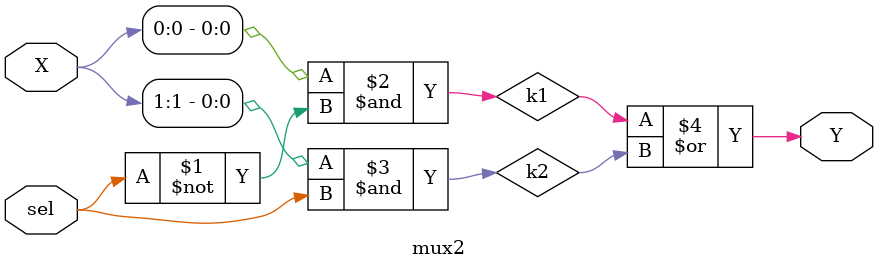
<source format=v>
/* A 16:1 multiplexer model using structural modeling of two 8:1 mux(s) and a 2:1 mux.
   8:1 mux structural modeling using two 4:1 mux(s) and a 2:1 mux.
   4:1 mux structural modeling using three 2:1 multiplexers.
   2:1 mux is designed using gate-level model
*/

// 16:1 multiplexer structural model using 8:1 & 2:1 mux blocks
module mux16(
    output Y,
    input [15:0] X,
    input [3:0] sel
);
wire [1:0] T;

mux8 dut1(.Y(T[0]),.X(X[7:0]),.sel(sel[2:0]));
mux8 dut2(.Y(T[1]),.X(X[15:8]),.sel(sel[2:0]));
mux2 dut3(.Y(Y),.X(T[1:0]),.sel(sel[3]));

endmodule

// 8:1 multiplexer structural model using 4:1 & 2:1 mux blocks
module mux8(
    output Y,
    input [7:0] X,
    input [2:0] sel
);
wire [1:0] T;

mux4 dut1(.Y(T[0]),.X(X[3:0]),.sel(sel[1:0]));
mux4 dut2(.Y(T[1]),.X(X[7:4]),.sel(sel[1:0]));
mux2 dut3(.Y(Y),.X(T[1:0]),.sel(sel[2]));

endmodule

// 4:1 multiplexer structural model using 2:1 mux block
module mux4(
    output Y,
    input [3:0] X,
    input [1:0] sel
);
wire [1:0] T;

mux2 dut1(.Y(T[0]),.X(X[1:0]),.sel(sel[0]));
mux2 dut2(.Y(T[1]),.X(X[3:2]),.sel(sel[0]));
mux2 dut3(.Y(Y),.X(T[1:0]),.sel(sel[1]));

endmodule

// 2:1 multiplexer gate-level model
module mux2(
    output Y,
    input [1:0] X,
    input sel
);
wire k1,k2;

and G1(k1,X[0],~sel),
    G2(k2,X[1],sel);
or G3(Y,k1,k2);

endmodule
</source>
